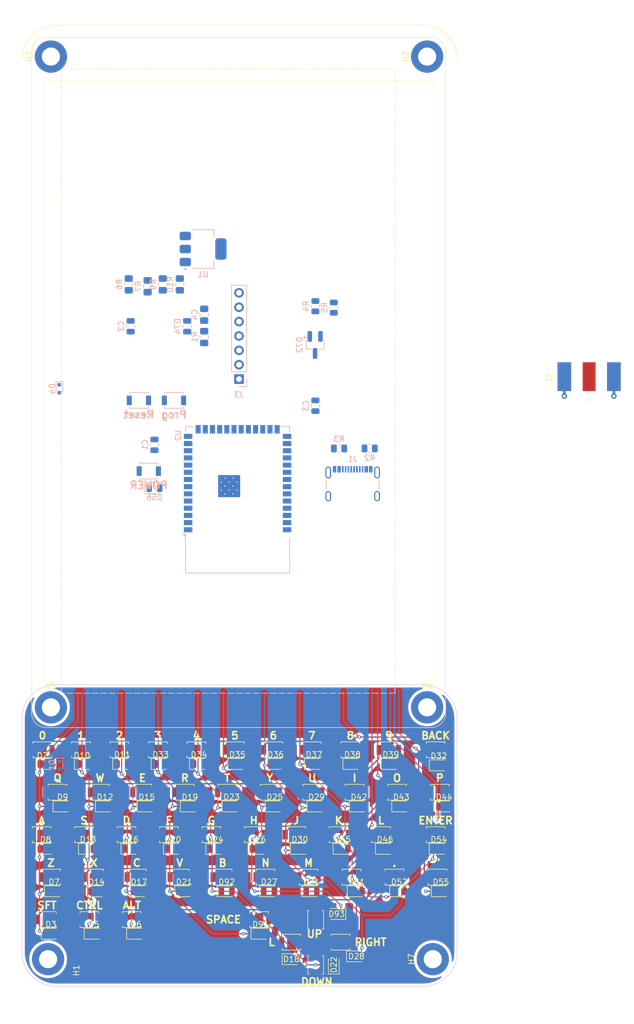
<source format=kicad_pcb>
(kicad_pcb (version 20241229) (generator "pcbnew") (generator_version "9.0")
  (layers (0 "F.Cu" signal) (2 "B.Cu" signal) (13 "F.Paste" user) (15 "B.Paste" user) (5 "F.SilkS" user "F.Silkscreen") (7 "B.SilkS" user "B.Silkscreen") (1 "F.Mask" user) (3 "B.Mask" user) (25 "Edge.Cuts" user))
  (net 0 "")
  (net 1 "5V")
  (net 2 "GND")
  (net 3 "3.3V")
  (net 4 "EN")
  (net 5 "COL1")
  (net 6 "Net-(D2-A)")
  (net 7 "Net-(D3-A)")
  (net 8 "Net-(D5-A)")
  (net 9 "COL2")
  (net 10 "Net-(D6-A)")
  (net 11 "Net-(D7-A)")
  (net 12 "Net-(D8-A)")
  (net 13 "Net-(D9-A)")
  (net 14 "Net-(D10-A)")
  (net 15 "COL3")
  (net 16 "Net-(D11-A)")
  (net 17 "Net-(D12-A)")
  (net 18 "Net-(D13-A)")
  (net 19 "Net-(D14-A)")
  (net 20 "Net-(D15-A)")
  (net 21 "COL4")
  (net 22 "Net-(D16-A)")
  (net 23 "Net-(D17-A)")
  (net 24 "Net-(D18-A)")
  (net 25 "COL5")
  (net 26 "Net-(D19-A)")
  (net 27 "Net-(D20-A)")
  (net 28 "Net-(D21-A)")
  (net 29 "Net-(D22-A)")
  (net 30 "Net-(D23-A)")
  (net 31 "COL6")
  (net 32 "Net-(D24-A)")
  (net 33 "Net-(D25-A)")
  (net 34 "COL7")
  (net 35 "Net-(D26-A)")
  (net 36 "Net-(D27-A)")
  (net 37 "COL8")
  (net 38 "Net-(D29-A)")
  (net 39 "Net-(D30-A)")
  (net 40 "Net-(D31-A)")
  (net 41 "Net-(D32-A)")
  (net 42 "Net-(D33-A)")
  (net 43 "Net-(D34-A)")
  (net 44 "Net-(D35-A)")
  (net 45 "Net-(D36-A)")
  (net 46 "Net-(D37-A)")
  (net 47 "Net-(D38-A)")
  (net 48 "Net-(D39-A)")
  (net 49 "Net-(D42-A)")
  (net 50 "Net-(D43-A)")
  (net 51 "Net-(D44-A)")
  (net 52 "Net-(D45-A)")
  (net 53 "Net-(D46-A)")
  (net 54 "Net-(D51-A)")
  (net 55 "Net-(D52-A)")
  (net 56 "Net-(D54-A)")
  (net 57 "Net-(D55-A)")
  (net 58 "Net-(D56-A)")
  (net 59 "USB_DN")
  (net 60 "USB_DP")
  (net 61 "Net-(D74-A)")
  (net 62 "Net-(D91-A)")
  (net 63 "Net-(D92-A)")
  (net 64 "Net-(D93-A)")
  (net 65 "ROW1")
  (net 66 "OLED_RST")
  (net 67 "OLED_DC")
  (net 68 "OLED_CS")
  (net 69 "OLED_DIN")
  (net 70 "OLED_CLK")
  (net 71 "Net-(U2-IO35)")
  (net 72 "Net-(J1-CC1)")
  (net 73 "USB_D+")
  (net 74 "USB_D-")
  (net 75 "Net-(J1-CC2)")
  (net 76 "Net-(U1-GND)")
  (net 77 "IO0")
  (net 78 "ROW5")
  (net 79 "ROW2")
  (net 80 "ROW3")
  (net 81 "ROW4")
  (net 82 "ROW6")
  (net 83 "ROW7")
  (net 84 "ROW8")
  (net 106 "COL9")
  (net 107 "Net-(D28-K)")
  (footprint "Diode_SMD:D_0805_2012Metric" (layer "F.Cu") (at 73.729166 150)
    (property "Reference" "D36")
    (property "Value" "SS24")
  )
  (footprint "USB4105-GF-A (1):SW_SPST_B3U-1000P_MovedText" (layer "F.Cu") (at 80.799999 177.549999 -90)
    (property "Reference" "SWe88")
    (property "Value" "UP")
  )
  (footprint "MountingHole:MountingHole_3.2mm_M3_ISO7380_Pad" (layer "F.Cu") (at 100.5 25 90)
    (property "Reference" "H2")
    (property "Value" "MountingHole")
  )
  (footprint "Diode_SMD:D_0805_2012Metric" (layer "F.Cu") (at 94.062499 150)
    (property "Reference" "D39")
    (property "Value" "SS24")
  )
  (footprint "Diode_SMD:D_0805_2012Metric" (layer "F.Cu") (at 55.562499 165)
    (property "Reference" "D20")
    (property "Value" "SS24")
  )
  (footprint "Diode_SMD:D_0805_2012Metric" (layer "F.Cu") (at 95.562499 172.5)
    (property "Reference" "D52")
    (property "Value" "SS24")
  )
  (footprint "Diode_SMD:D_0805_2012Metric" (layer "F.Cu") (at 46.618055 150)
    (property "Reference" "D11")
    (property "Value" "SS24")
  )
  (footprint "USB4105-GF-A (1):SW_SPST_B3U-1000P_MovedText" (layer "F.Cu") (at 80.175001 155)
    (property "Reference" "SWe14")
    (property "Value" "U")
  )
  (footprint "USB4105-GF-A (1):SW_SPST_B3U-1000P_MovedText" (layer "F.Cu") (at 56.766667 170)
    (property "Reference" "SWe64")
    (property "Value" "V")
  )
  (footprint "Diode_SMD:D_0805_2012Metric" (layer "F.Cu") (at 50.937501 157.5)
    (property "Reference" "D15")
    (property "Value" "SS24")
  )
  (footprint "USB4105-GF-A (1):SW_SPST_B3U-1000P_MovedText" (layer "F.Cu") (at 85.200001 181.5)
    (property "Reference" "SWe7")
    (property "Value" "RIGHT")
  )
  (footprint "USB4105-GF-A (1):SW_SPST_B3U-1000P_MovedText" (layer "F.Cu") (at 102.3 170)
    (property "Reference" "Sw555")
    (property "Value" "\"")
  )
  (footprint "USB4105-GF-A (1):SW_SPST_B3U-1000P_MovedText" (layer "F.Cu") (at 40.799999 177.5)
    (property "Reference" "SWe12")
    (property "Value" "CTRL")
  )
  (footprint "USB4105-GF-A (1):SW_SPST_B3U-1000P_MovedText" (layer "F.Cu") (at 76.5 181.5)
    (property "Reference" "SWe13")
    (property "Value" "L")
  )
  (footprint "Diode_SMD:D_0805_2012Metric" (layer "F.Cu") (at 57.562499 172.5)
    (property "Reference" "D21")
    (property "Value" "SS24")
  )
  (footprint "Diode_SMD:D_0805_2012Metric" (layer "F.Cu") (at 70.562499 165)
    (property "Reference" "D26")
    (property "Value" "SS24")
  )
  (footprint "Diode_SMD:D_0805_2012Metric" (layer "F.Cu") (at 95.937501 157.5)
    (property "Reference" "D43")
    (property "Value" "SS24")
  )
  (footprint "Diode_SMD:D_0805_2012Metric" (layer "F.Cu") (at 42.062499 172.5)
    (property "Reference" "D14")
    (property "Value" "SS24")
  )
  (footprint "USB4105-GF-A (1):SW_SPST_B3U-1000P_MovedText" (layer "F.Cu") (at 102 162.5)
    (property "Reference" "SWe50")
    (property "Value" "ENTER")
  )
  (footprint "MountingHole:MountingHole_3.2mm_M3_ISO7380_Pad" (layer "F.Cu") (at 34 140)
    (property "Reference" "H5")
    (property "Value" "MountingHole")
  )
  (footprint "Diode_SMD:D_0805_2012Metric" (layer "F.Cu") (at 49.562499 172.5)
    (property "Reference" "D17")
    (property "Value" "SS24")
  )
  (footprint "USB4105-GF-A (1):SW_SPST_B3U-1000P_MovedText" (layer "F.Cu") (at 84.862498 162.5)
    (property "Reference" "SWe38")
    (property "Value" "K")
  )
  (footprint "Diode_SMD:D_0805_2012Metric" (layer "F.Cu") (at 84 185.437501 90)
    (property "Reference" "D22")
    (property "Value" "SS24")
  )
  (footprint "Diode_SMD:D_0805_2012Metric" (layer "F.Cu") (at 72.562499 172.5)
    (property "Reference" "D27")
    (property "Value" "SS24")
  )
  (footprint "MountingHole:MountingHole_3.2mm_M3_ISO7380_Pad" (layer "F.Cu") (at 100.5 140)
    (property "Reference" "H4")
    (property "Value" "MountingHole")
  )
  (footprint "Diode_SMD:D_0805_2012Metric" (layer "F.Cu") (at 85.562499 165)
    (property "Reference" "D45")
    (property "Value" "SS24")
  )
  (footprint "USB4105-GF-A (1):SW_SPST_B3U-1000P_MovedText" (layer "F.Cu") (at 52.908164 147.5)
    (property "Reference" "SWe20")
    (property "Value" "3")
  )
  (footprint "Diode_SMD:D_0805_2012Metric" (layer "F.Cu") (at 102.937501 172.5)
    (property "Reference" "D55")
    (property "Value" "SS24")
  )
  (footprint "USB4105-GF-A (1):SW_SPST_B3U-1000P_MovedText" (layer "F.Cu") (at 59.710885 147.5)
    (property "Reference" "SWe21")
    (property "Value" "4")
  )
  (footprint "USB4105-GF-A (1):SW_SPST_B3U-1000P_MovedText" (layer "F.Cu") (at 62.362498 162.5)
    (property "Reference" "SWe73")
    (property "Value" "G")
  )
  (footprint "USB4105-GF-A (1):SW_SPST_B3U-1000P_MovedText" (layer "F.Cu") (at 47.362498 162.5)
    (property "Reference" "SWe53")
    (property "Value" "D")
  )
  (footprint "USB4105-GF-A (1):SW_SPST_B3U-1000P_MovedText" (layer "F.Cu") (at 64.355556 170)
    (property "Reference" "SWe87")
    (property "Value" "B")
  )
  (footprint "USB4105-GF-A (1):SW_SPST_B3U-1000P_MovedText" (layer "F.Cu") (at 80.799999 185.5 90)
    (property "Reference" "SWe2")
    (property "Value" "DOWN")
  )
  (footprint "Diode_SMD:D_0805_2012Metric" (layer "F.Cu") (at 33.062499 165)
    (property "Reference" "D8")
    (property "Value" "SS24")
  )
  (footprint "MountingHole:MountingHole_3.2mm_M3_ISO7380_Pad" (layer "F.Cu") (at 33.5 184.5 90)
    (property "Reference" "H1")
    (property "Value" "MountingHole")
  )
  (footprint "USB4105-GF-A (1):SW_SPST_B3U-1000P_MovedText" (layer "F.Cu") (at 32.362498 162.5)
    (property "Reference" "SWe33")
    (property "Value" "A")
  )
  (footprint "Diode_SMD:D_0805_2012Metric" (layer "F.Cu") (at 48.062499 165)
    (property "Reference" "D16")
    (property "Value" "SS24")
  )
  (footprint "USB4105-GF-A (1):SW_SPST_B3U-1000P_MovedText" (layer "F.Cu") (at 57.675001 155)
    (property "Reference" "SWe62")
    (property "Value" "R")
  )
  (footprint "USB4105-GF-A (1):SW_SPST_B3U-1000P_MovedText" (layer "F.Cu") (at 86.92177 147.5)
    (property "Reference" "SWe28")
    (property "Value" "8")
  )
  (footprint "USB4105-GF-A (1):SW_SPST_B3U-1000P_MovedText" (layer "F.Cu") (at 80.119049 147.5)
    (property "Reference" "SWe27")
    (property "Value" "7")
  )
  (footprint "USB4105-GF-A (1):SW_SPST_B3U-1000P_MovedText" (layer "F.Cu") (at 93.724491 147.5)
    (property "Reference" "SWe29")
    (property "Value" "9")
  )
  (footprint "USB4105-GF-A (1):SW_SPST_B3U-1000P_MovedText" (layer "F.Cu") (at 34 170)
    (property "Reference" "SWe34")
    (property "Value" "Z")
  )
  (footprint "Diode_SMD:D_0805_2012Metric" (layer "F.Cu") (at 73.562499 157.5)
    (property "Reference" "D25")
    (property "Value" "SS24")
  )
  (footprint "Diode_SMD:D_0805_2012Metric" (layer "F.Cu") (at 34 180)
    (property "Reference" "D3")
    (property "Value" "SS24")
  )
  (footprint "Diode_SMD:D_0805_2012Metric" (layer "F.Cu") (at 71.062499 180)
    (property "Reference" "D91")
    (property "Value" "SS24")
  )
  (footprint "USB4105-GF-A (1):SW_SPST_B3U-1000P_MovedText" (layer "F.Cu") (at 72.675001 155)
    (property "Reference" "SWe4")
    (property "Value" "Y")
  )
  (footprint "Connector_Coaxial:SMA_Molex_73251-1153_EdgeMount_Horizontal" (layer "F.Cu") (at 129.13 83.28 -90)
    (property "Reference" "J2")
    (property "Value" "Conn_Coaxial_x2_Isolated")
  )
  (footprint "USB4105-GF-A (1):SW_SPST_B3U-1000P_MovedText" (layer "F.Cu") (at 73.316327 147.5)
    (property "Reference" "SWe26")
    (property "Value" "6")
  )
  (footprint "Diode_SMD:D_0805_2012Metric" (layer "F.Cu") (at 76.562499 184.5)
    (property "Reference" "D18")
    (property "Value" "SS24")
  )
  (footprint "USB4105-GF-A (1):SW_SPST_B3U-1000P_MovedText" (layer "F.Cu") (at 54.862498 162.5)
    (property "Reference" "SWe63")
    (property "Value" "F")
  )
  (footprint "USB4105-GF-A (1):SW_SPST_B3U-1000P_MovedText" (layer "F.Cu") (at 41.588889 170)
    (property "Reference" "SWe44")
    (property "Value" "X")
  )
  (footprint "Diode_SMD:D_0805_2012Metric" (layer "F.Cu") (at 65.937501 157.5)
    (property "Reference" "D23")
    (property "Value" "SS24")
  )
  (footprint "USB4105-GF-A (1):SW_SPST_B3U-1000P_MovedText" (layer "F.Cu") (at 77.362498 162.5)
    (property "Reference" "SWe15")
    (property "Value" "J")
  )
  (footprint "USB4105-GF-A (1):SW_SPST_B3U-1000P_MovedText" (layer "F.Cu") (at 42.675001 155)
    (property "Reference" "SWe42")
    (property "Value" "W")
  )
  (footprint "USB4105-GF-A (1):SW_SPST_B3U-1000P_MovedText" (layer "F.Cu") (at 66.513606 147.5)
    (property "Reference" "SWe25")
    (property "Value" "5")
  )
  (footprint "Diode_SMD:D_0805_2012Metric" (layer "F.Cu") (at 65.0625 172.5)
    (property "Reference" "D92")
    (property "Value" "SS24")
  )
  (footprint "Diode_SMD:D_0805_2012Metric" (layer "F.Cu") (at 41.562499 180)
    (property "Reference" "D5")
    (property "Value" "SS24")
  )
  (footprint "Diode_SMD:D_0805_2012Metric" (layer "F.Cu") (at 63.062499 165)
    (property "Reference" "D24")
    (property "Value" "SS24")
  )
  (footprint "Diode_SMD:D_0805_2012Metric" (layer "F.Cu") (at 84.437501 176.5 180)
    (property "Reference" "D93")
    (property "Value" "SS24")
  )
  (footprint "USB4105-GF-A (1):SW_SPST_B3U-1000P_MovedText" (layer "F.Cu") (at 50.175001 155)
    (property "Reference" "SWe52")
    (property "Value" "E")
  )
  (footprint "USB4105-GF-A (1):SW_SPST_B3U-1000P_MovedText" (layer "F.Cu") (at 48.299999 177.5)
    (property "Reference" "SWe3")
    (property "Value" "ALT")
  )
  (footprint "Diode_SMD:D_0805_2012Metric" (layer "F.Cu") (at 102.562499 150.25)
    (property "Reference" "D32")
    (property "Value" "SS24")
  )
  (footprint "Diode_SMD:D_0805_2012Metric" (layer "F.Cu") (at 87.284721 150)
    (property "Reference" "D38")
    (property "Value" "SS24")
  )
  (footprint "Diode_SMD:D_0805_2012Metric" (layer "F.Cu") (at 40.562499 165)
    (property "Reference" "D13")
    (property "Value" "SS24")
  )
  (footprint "USB4105-GF-A (1):SW_SPST_B3U-1000P_MovedText" (layer "F.Cu") (at 94.711111 170)
    (property "Reference" "SWe48")
    (property "Value" ".")
  )
  (footprint "Diode_SMD:D_0805_2012Metric" (layer "F.Cu") (at 78 165)
    (property "Reference" "D30")
    (property "Value" "SS24")
  )
  (footprint "Diode_SMD:D_0805_2012Metric" (layer "F.Cu") (at 36.062499 157.5)
    (property "Reference" "D9")
    (property "Value" "SS24")
  )
  (footprint "Diode_SMD:D_0805_2012Metric" (layer "F.Cu") (at 60.17361 150)
    (property "Reference" "D34")
    (property "Value" "SS24")
  )
  (footprint "Diode_SMD:D_0805_2012Metric" (layer "F.Cu") (at 39.840277 150)
    (property "Reference" "D10")
    (property "Value" "SS24")
  )
  (footprint "USB4105-GF-A (1):SW_SPST_B3U-1000P_MovedText" (layer "F.Cu") (at 49.177778 170)
    (property "Reference" "SWe54")
    (property "Value" "C")
  )
  (footprint "Diode_SMD:D_0805_2012Metric" (layer "F.Cu") (at 49.062499 180)
    (property "Reference" "D6")
    (property "Value" "SS24")
  )
  (footprint "USB4105-GF-A (1):SW_SPST_B3U-1000P_MovedText" (layer "F.Cu") (at 92.362498 162.5)
    (property "Reference" "SWe39")
    (property "Value" "L")
  )
  (footprint "USB4105-GF-A (1):SW_SPST_B3U-1000P_MovedText" (layer "F.Cu") (at 65.175001 155)
    (property "Reference" "SWe72")
    (property "Value" "T")
  )
  (footprint "USB4105-GF-A (1):SW_SPST_B3U-1000P_MovedText" (layer "F.Cu") (at 79.533333 170)
    (property "Reference" "SWe16")
    (property "Value" "M")
  )
  (footprint "Diode_SMD:D_0805_2012Metric" (layer "F.Cu") (at 66.951388 150)
    (property "Reference" "D35")
    (property "Value" "SS24")
  )
  (footprint "USB4105-GF-A (1):SW_SPST_B3U-1000P_MovedText" (layer "F.Cu") (at 87.122222 170)
    (property "Reference" "SWe47")
    (property "Value" ",")
  )
  (footprint "USB4105-GF-A (1):SW_SPST_B3U-1000P_MovedText" (layer "F.Cu") (at 70.799999 177.5)
    (property "Reference" "SWe86")
    (property "Value" "SPACE")
  )
  (footprint "MountingHole:MountingHole_3.2mm_M3_ISO7380_Pad" (layer "F.Cu") (at 34 25 90)
    (property "Reference" "H3")
    (property "Value" "MountingHole")
  )
  (footprint "Diode_SMD:D_0805_2012Metric" (layer "F.Cu") (at 87.937501 184)
    (property "Reference" "D28")
    (property "Value" "SS24")
  )
  (footprint "USB4105-GF-A (1):SW_SPST_B3U-1000P_MovedText" (layer "F.Cu") (at 69.862498 162.5)
    (property "Reference" "SWe5")
    (property "Value" "H")
  )
  (footprint "Diode_SMD:D_0805_2012Metric" (layer "F.Cu") (at 88.437501 157.5)
    (property "Reference" "D42")
    (property "Value" "SS24")
  )
  (footprint "Diode_SMD:D_0805_2012Metric" (layer "F.Cu") (at 33.062499 150)
    (property "Reference" "D2")
    (property "Value" "SS24")
  )
  (footprint "Diode_SMD:D_0805_2012Metric" (layer "F.Cu") (at 103.5 157.5)
    (property "Reference" "D44")
    (property "Value" "SS24")
  )
  (footprint "Diode_SMD:D_0805_2012Metric" (layer "F.Cu") (at 58.562499 157.5)
    (property "Reference" "D19")
    (property "Value" "SS24")
  )
  (footprint "USB4105-GF-A (1):SW_SPST_B3U-1000P_MovedText" (layer "F.Cu") (at 32.5 147.5)
    (property "Reference" "ESC1")
    (property "Value" "0")
  )
  (footprint "USB4105-GF-A (1):SW_SPST_B3U-1000P_MovedText" (layer "F.Cu") (at 87.675001 155)
    (property "Reference" "SWe35")
    (property "Value" "I")
  )
  (footprint "Diode_SMD:D_0805_2012Metric" (layer "F.Cu") (at 80.937501 157.5)
    (property "Reference" "D29")
    (property "Value" "SS24")
  )
  (footprint "USB4105-GF-A (1):SW_SPST_B3U-1000P_MovedText" (layer "F.Cu") (at 35.175001 155)
    (property "Reference" "SWe32")
    (property "Value" "Q")
  )
  (footprint "Diode_SMD:D_0805_2012Metric" (layer "F.Cu") (at 80.062499 172.5)
    (property "Reference" "D31")
    (property "Value" "SS24")
  )
  (footprint "USB4105-GF-A (1):SW_SPST_B3U-1000P_MovedText" (layer "F.Cu") (at 39.302721 147.5)
    (property "Reference" "SWe8")
    (property "Value" "1")
  )
  (footprint "USB4105-GF-A (1):SW_SPST_B3U-1000P_MovedText" (layer "F.Cu") (at 71.944444 170)
    (property "Reference" "SWe6")
    (property "Value" "N")
  )
  (footprint "Diode_SMD:D_0805_2012Metric" (layer "F.Cu") (at 34.562499 172.5)
    (property "Reference" "D7")
    (property "Value" "SS24")
  )
  (footprint "USB4105-GF-A (1):SW_SPST_B3U-1000P_MovedText" (layer "F.Cu") (at 39.862498 162.5)
    (property "Reference" "SWe43")
    (property "Value" "S")
  )
  (footprint "Diode_SMD:D_0805_2012Metric" (layer "F.Cu") (at 88.062499 172.5)
    (property "Reference" "D51")
    (property "Value" "SS24")
  )
  (footprint "USB4105-GF-A (1):SW_SPST_B3U-1000P_MovedText" (layer "F.Cu") (at 102.7375 155)
    (property "Reference" "SWe37")
    (property "Value" "P")
  )
  (footprint "MountingHole:MountingHole_3.2mm_M3_ISO7380_Pad" (layer "F.Cu") (at 101.5 184.5 90)
    (property "Reference" "H7")
    (property "Value" "MountingHole")
  )
  (footprint "USB4105-GF-A (1):SW_SPST_B3U-1000P_MovedText" (layer "F.Cu") (at 102 147.5)
    (property "Reference" "SWe17")
    (property "Value" "BACK")
  )
  (footprint "Diode_SMD:D_0805_2012Metric" (layer "F.Cu") (at 102.562499 165)
    (property "Reference" "D54")
    (property "Value" "SS24")
  )
  (footprint "USB4105-GF-A (1):SW_SPST_B3U-1000P_MovedText" (layer "F.Cu") (at 95.175001 155)
    (property "Reference" "SWe36")
    (property "Value" "O")
  )
  (footprint "Diode_SMD:D_0805_2012Metric" (layer "F.Cu") (at 53.395832 150)
    (property "Reference" "D33")
    (property "Value" "SS24")
  )
  (footprint "USB4105-GF-A (1):SW_SPST_B3U-1000P_MovedText" (layer "F.Cu") (at 33.299999 177.5)
    (property "Reference" "SWe24")
    (property "Value" "SFT")
  )
  (footprint "Diode_SMD:D_0805_2012Metric" (layer "F.Cu") (at 43.562499 157.5)
    (property "Reference" "D12")
    (property "Value" "SS24")
  )
  (footprint "Diode_SMD:D_0805_2012Metric" (layer "F.Cu") (at 93.062499 165)
    (property "Reference" "D46")
    (property "Value" "SS24")
  )
  (footprint "Diode_SMD:D_0805_2012Metric" (layer "F.Cu") (at 80.506943 150)
    (property "Reference" "D37")
    (property "Value" "SS24")
  )
  (footprint "USB4105-GF-A (1):SW_SPST_B3U-1000P_MovedText" (layer "F.Cu") (at 46.105442 147.5)
    (property "Reference" "SWe18")
    (property "Value" "2")
  )
  (footprint "Diode_SMD:D_SOD-523" (layer "B.Cu") (at 35.5 83.7 -90)
    (property "Reference" "D4")
    (property "Value" "1N4148WT")
  )
  (footprint "Resistor_SMD:R_0805_2012Metric" (layer "B.Cu") (at 83.999999 69.364011 -90)
    (property "Reference" "R5")
    (property "Value" "5.1kΩ")
  )
  (footprint "Resistor_SMD:R_0805_2012Metric" (layer "B.Cu") (at 80.749999 69.114011 -90)
    (property "Reference" "R4")
    (property "Value" "22Ω")
  )
  (footprint "Capacitor_SMD:C_0805_2012Metric" (layer "B.Cu") (at 52.3 93.609164 -90)
    (property "Reference" "C1")
    (property "Value" "10uF")
  )
  (footprint "Package_TO_SOT_SMD:SOT-223-3_TabPin2" (layer "B.Cu") (at 60.899999 59.001511)
    (property "Reference" "U1")
    (property "Value" "AMS1117-3.3")
  )
  (footprint "Capacitor_SMD:C_0805_2012Metric" (layer "B.Cu") (at 80.75 86.699999 -90)
    (property "Reference" "C3")
    (property "Value" "1uF")
  )
  (footprint "Capacitor_SMD:C_0805_2012Metric_Pad1.18x1.45mm_HandSolder" (layer "B.Cu") (at 53.770001 65.26099 -90)
    (property "Reference" "R9")
    (property "Value" "10kΩ")
  )
  (footprint "RF_Module:ESP32-S3-WROOM-1" (layer "B.Cu") (at 67 103.36)
    (property "Reference" "U2")
    (property "Value" "ESP32-S3-WROOM-1-N8")
  )
  (footprint "Capacitor_SMD:C_0805_2012Metric" (layer "B.Cu") (at 48.090001 72.655989 -90)
    (property "Reference" "C2")
    (property "Value" "22uF")
  )
  (footprint "Diode_SMD:D_0805_2012Metric" (layer "B.Cu") (at 52.3 101.25)
    (property "Reference" "D56")
    (property "Value" "SS24")
  )
  (footprint "Capacitor_SMD:C_0805_2012Metric" (layer "B.Cu") (at 58.090001 72.655989 -90)
    (property "Reference" "D74")
    (property "Value" "LED")
  )
  (footprint "Connector_USB:USB_C_Receptacle_GCT_USB4105-xx-A_16P_TopMnt_Horizontal" (layer "B.Cu") (at 87.3375 101.605 180)
    (property "Reference" "J1")
    (property "Value" "USB4105-GF-A")
  )
  (footprint "Capacitor_SMD:C_0805_2012Metric_Pad1.18x1.45mm_HandSolder" (layer "B.Cu") (at 56.780001 65.26099 -90)
    (property "Reference" "R10")
    (property "Value" "10kΩ")
  )
  (footprint "Capacitor_SMD:C_0805_2012Metric_Pad1.18x1.45mm_HandSolder" (layer "B.Cu") (at 47.750001 65.260989 -90)
    (property "Reference" "R6")
    (property "Value" "500Ω")
  )
  (footprint "USB4105-GF-A (1):SW_SPST_B3U-1000P_MovedText" (layer "B.Cu") (at 51.3 98.25)
    (property "Reference" "SWe55")
    (property "Value" "POWER")
  )
  (footprint "Package_TO_SOT_SMD:SOT-23_Handsoldering" (layer "B.Cu") (at 80.699999 75.951511 -90)
    (property "Reference" "D72")
    (property "Value" "ESDA5V3L")
  )
  (footprint "USB4105-GF-A (1):SW_SPST_B3U-1000P_MovedText" (layer "B.Cu") (at 49.549999 85.75)
    (property "Reference" "SW2")
    (property "Value" "Reset")
  )
  (footprint "Connector_PinSocket_2.54mm:PinSocket_1x07_P2.54mm_Vertical" (layer "B.Cu") (at 67.25 81.99)
    (property "Reference" "J3")
    (property "Value" "Conn_01x07_Socket")
  )
  (footprint "Diode_SMD:D_SOD-523" (layer "B.Cu") (at 35.5 150.2 -90)
    (property "Reference" "D1")
    (property "Value" "1N4148WT")
  )
  (footprint "Resistor_SMD:R_0805_2012Metric" (layer "B.Cu") (at 84.925 94.25 180)
    (property "Reference" "R3")
    (property "Value" "22Ω")
  )
  (footprint "Capacitor_SMD:C_0805_2012Metric_Pad1.18x1.45mm_HandSolder" (layer "B.Cu") (at 61.090001 70.605988 -90)
    (property "Reference" "C4")
    (property "Value" "1uF")
  )
  (footprint "USB4105-GF-A (1):SW_SPST_B3U-1000P_MovedText" (layer "B.Cu") (at 55.75 85.75)
    (property "Reference" "SW1")
    (property "Value" "Prog")
  )
  (footprint "Capacitor_SMD:C_0805_2012Metric_Pad1.18x1.45mm_HandSolder" (layer "B.Cu") (at 51.100001 65.59349 -90)
    (property "Reference" "R7")
    (property "Value" "806Ω")
  )
  (footprint "Resistor_SMD:R_0805_2012Metric" (layer "B.Cu") (at 90.3375 94.25)
    (property "Reference" "R2")
    (property "Value" "5.1kΩ")
  )
  (footprint "Capacitor_SMD:C_0805_2012Metric_Pad1.18x1.45mm_HandSolder" (layer "B.Cu") (at 61.090001 74.568488 -90)
    (property "Reference" "R1")
    (property "Value" "1000")
  )
  (gr_rect (start 35.85 27.2) (end 94.85 137.5) (stroke (width 0.1) (type dash)) (fill no) (layer "F.SilkS"))
  (gr_line (start 101.25 21.625) (end 33.1 21.625) (stroke (width 0.1)) (layer "F.SilkS"))
  (gr_arc (start 101.25 21.625) (mid 103.017767 22.357233) (end 103.75 24.125) (stroke (width 0.1)) (layer "F.SilkS"))
  (gr_line (start 103.75 141.075) (end 103.75 24.125) (stroke (width 0.1)) (layer "F.SilkS"))
  (gr_line (start 34.9 19.45) (end 99.8 19.45) (stroke (width 0.1)) (layer "F.SilkS"))
  (gr_rect (start 32.75 29.25) (end 101.75 136) (stroke (width 0.05)) (fill no) (layer "F.SilkS"))
  (gr_line (start 33.1 143.575) (end 101.25 143.575) (stroke (width 0.1)) (layer "F.SilkS"))
  (gr_arc (start 33.1 143.575) (mid 31.332233 142.842767) (end 30.6 141.075) (stroke (width 0.1)) (layer "F.SilkS"))
  (gr_line (start 30.6 24.125) (end 30.6 141.075) (stroke (width 0.1)) (layer "F.SilkS"))
  (gr_arc (start 103.75 141.075) (mid 103.017767 142.842767) (end 101.25 143.575) (stroke (width 0.1)) (layer "F.SilkS"))
  (gr_arc (start 30.6 24.125) (mid 31.332233 22.357233) (end 33.1 21.625) (stroke (width 0.1)) (layer "F.SilkS"))
  (gr_arc (start 28.9 25.45) (mid 30.657359 21.207359) (end 34.9 19.45) (stroke (width 0.1)) (layer "F.SilkS"))
  (gr_arc (start 99.8 19.45) (mid 104.042641 21.207359) (end 105.8 25.45) (stroke (width 0.1)) (layer "F.SilkS"))
  (gr_arc (start 99.8 136) (mid 104.042641 137.757359) (end 105.8 142) (stroke (width 0.1)) (layer "Edge.Cuts"))
  (gr_line (start 99.8 189.3) (end 34.9 189.3) (stroke (width 0.1)) (layer "Edge.Cuts"))
  (gr_arc (start 28.9 142) (mid 30.657359 137.757359) (end 34.9 136) (stroke (width 0.1)) (layer "Edge.Cuts"))
  (gr_line (start 105.8 142) (end 105.8 183.3) (stroke (width 0.1)) (layer "Edge.Cuts"))
  (gr_line (start 28.9 183.3) (end 28.9 142) (stroke (width 0.1)) (layer "Edge.Cuts"))
  (gr_arc (start 34.9 189.3) (mid 30.657359 187.542641) (end 28.9 183.3) (stroke (width 0.1)) (layer "Edge.Cuts"))
  (gr_line (start 99.8 136) (end 34.9 136) (stroke (width 0.1)) (layer "Edge.Cuts"))
  (gr_arc (start 105.8 183.3) (mid 104.042641 187.542641) (end 99.8 189.3) (stroke (width 0.1)) (layer "Edge.Cuts"))
  (segment (start 32.124998 165) (end 32 165.124998) (width 0.2) (layer "F.Cu") (net 5))
  (segment (start 35.124998 157.5) (end 32 157.5) (width 0.2) (layer "F.Cu") (net 5))
  (segment (start 33.062499 180) (end 32.5 180) (width 0.2) (layer "F.Cu") (net 5))
  (segment (start 33.624998 172.5) (end 32.5 172.5) (width 0.2) (layer "F.Cu") (net 5))
  (segment (start 32.124998 150) (end 32.124998 151.375002) (width 0.2) (layer "F.Cu") (net 5))
  (segment (start 32 165.124998) (end 32 166.5) (width 0.2) (layer "F.Cu") (net 5))
  (segment (start 32.124998 151.375002) (end 32 151.5) (width 0.2) (layer "F.Cu") (net 5))
  (segment (start 32.5 180) (end 32 179.5) (width 0.2) (layer "F.Cu") (net 5))
  (segment (start 32.5 172.5) (end 32 173) (width 0.2) (layer "F.Cu") (net 5))
  (via (at 32 157.5) (size 0.6) (drill 0.3) (layers "F.Cu" "B.Cu") (net 5))
  (via (at 32 151.5) (size 0.6) (drill 0.3) (layers "F.Cu" "B.Cu") (net 5))
  (via (at 32 166.5) (size 0.6) (drill 0.3) (layers "F.Cu" "B.Cu") (net 5))
  (via (at 32 179.5) (size 0.6) (drill 0.3) (layers "F.Cu" "B.Cu") (net 5))
  (via (at 32 173) (size 0.6) (drill 0.3) (layers "F.Cu" "B.Cu") (net 5))
  (segment (start 32 151.5) (end 32 179.5) (width 0.2) (layer "B.Cu") (net 5))
  (segment (start 32 151.5) (end 32 149.25) (width 0.2) (layer "B.Cu") (net 5))
  (segment (start 38.75 142.5) (end 38.75 137.25) (width 0.2) (layer "B.Cu") (net 5))
  (segment (start 32 149.25) (end 38.75 142.5) (width 0.2) (layer "B.Cu") (net 5))
  (segment (start 34 150) (end 34 147.7) (width 0.2) (layer "F.Cu") (net 6))
  (segment (start 34 147.7) (end 34.2 147.5) (width 0.2) (layer "F.Cu") (net 6))
  (segment (start 34.937501 177.562498) (end 34.999999 177.5) (width 0.2) (layer "F.Cu") (net 7))
  (segment (start 34.937501 180) (end 34.937501 177.562498) (width 0.2) (layer "F.Cu") (net 7))
  (segment (start 42.499999 179.999999) (end 42.5 180) (width 0.2) (layer "F.Cu") (net 8))
  (segment (start 42.499999 177.5) (end 42.499999 179.999999) (width 0.2) (layer "F.Cu") (net 8))
  (segment (start 40.624998 178.375002) (end 40.75 178.25) (width 0.2) (layer "F.Cu") (net 9))
  (segment (start 41.124998 174.124998) (end 41.25 174.25) (width 0.2) (layer "F.Cu") (net 9))
  (segment (start 38.902776 150.902776) (end 39.5 151.5) (width 0.2) (layer "F.Cu") (net 9))
  (segment (start 102 172.5) (end 100.25 172.5) (width 0.2) (layer "F.Cu") (net 9))
  (segment (start 41.124998 172.5) (end 41.124998 174.124998) (width 0.2) (layer "F.Cu") (net 9))
  (segment (start 40.624998 180) (end 40.624998 178.375002) (width 0.2) (layer "F.Cu") (net 9))
  (segment (start 38.902776 150) (end 38.902776 150.902776) (width 0.2) (layer "F.Cu") (net 9))
  (segment (start 39.624998 165) (end 39.624998 166.124998) (width 0.2) (layer "F.Cu") (net 9))
  (segment (start 42.624998 157.5) (end 40.75 157.5) (width 0.2) (layer "F.Cu") (net 9))
  (segment (start 39.624998 166.124998) (end 40.5 167) (width 0.2) (layer "F.Cu") (net 9))
  (via (at 41.25 174.25) (size 0.6) (drill 0.3) (layers "F.Cu" "B.Cu") (net 9))
  (via (at 100.25 172.5) (size 0.6) (drill 0.3) (layers "F.Cu" "B.Cu") (net 9))
  (via (at 39.5 151.5) (size 0.6) (drill 0.3) (layers "F.Cu" "B.Cu") (net 9))
  (via (at 40.75 157.5) (size 0.6) (drill 0.3) (layers "F.Cu" "B.Cu") (net 9))
  (via (at 40.5 167) (size 0.6) (drill 0.3) (layers "F.Cu" "B.Cu") (net 9))
  (via (at 40.75 178.25) (size 0.6) (drill 0.3) (layers "F.Cu" "B.Cu") (net 9))
  (segment (start 40.5 173.5) (end 41.25 174.25) (width 0.2) (layer "B.Cu") (net 9))
  (segment (start 40.75 166.75) (end 40.5 167) (width 0.2) (layer "B.Cu") (net 9))
  (segment (start 41.25 174.25) (end 41.25 177.75) (width 0.2) (layer "B.Cu") (net 9))
  (segment (start 40.75 152.75) (end 40.75 157.5) (width 0.2) (layer "B.Cu") (net 9))
  (segment (start 39.5 151.5) (end 40.75 152.75) (width 0.2) (layer "B.Cu") (net 9))
  (segment (start 39.5 151.5) (end 39.5 137.25) (width 0.2) (layer "B.Cu") (net 9))
  (segment (start 40.5 167) (end 40.5 173.5) (width 0.2) (layer "B.Cu") (net 9))
  (segment (start 40.75 157.5) (end 40.75 166.75) (width 0.2) (layer "B.Cu") (net 9))
  (segment (start 41.25 177.75) (end 40.75 178.25) (width 0.2) (layer "B.Cu") (net 9))
  (segment (start 50 180) (end 50 177.500001) (width 0.2) (layer "F.Cu") (net 10))
  (segment (start 50 177.500001) (end 49.999999 177.5) (width 0.2) (layer "F.Cu") (net 10))
  (segment (start 35.7 170) (end 35.7 172.3) (width 0.2) (layer "F.Cu") (net 11))
  (segment (start 35.7 172.3) (end 35.5 172.5) (width 0.2) (layer "F.Cu") (net 11))
  (segment (start 34.39191 164.60809) (end 34 165) (width 0.2) (layer "F.Cu") (net 12))
  (segment (start 34.39191 162.5) (end 34.39191 164.60809) (width 0.2) (layer "F.Cu") (net 12))
  (segment (start 37 155.124999) (end 36.875001 155) (width 0.2) (layer "F.Cu") (net 13))
  (segment (start 37 157.5) (end 37 155.124999) (width 0.2) (layer "F.Cu") (net 13))
  (segment (start 40.777778 150) (end 40.777778 147.724943) (width 0.2) (layer "F.Cu") (net 14))
  (segment (start 40.777778 147.724943) (end 41.002721 147.5) (width 0.2) (layer "F.Cu") (net 14))
  (segment (start 47.124998 165) (end 47.124998 163.375002) (width 0.2) (layer "F.Cu") (net 15))
  (segment (start 48.124998 180) (end 48.124998 178.375002) (width 0.2) (layer "F.Cu") (net 15))
  (segment (start 45.680554 150) (end 45.680554 150.930554) (width 0.2) (layer "F.Cu") (net 15))
  (segment (start 45.680554 150.930554) (end 46.5 151.75) (width 0.2) (layer "F.Cu") (net 15))
  (segment (start 48.124998 178.375002) (end 48.25 178.25) (width 0.2) (layer "F.Cu") (net 15))
  (segment (start 48.624998 172.5) (end 47.25 172.5) (width 0.2) (layer "F.Cu") (net 15))
  (segment (start 47.124998 163.375002) (end 47.5 163) (width 0.2) (layer "F.Cu") (net 15))
  (segment (start 48.75 157.5) (end 48.5 157.75) (width 0.2) (layer "F.Cu") (net 15))
  (segment (start 50 157.5) (end 48.75 157.5) (width 0.2) (layer "F.Cu") (net 15))
  (via (at 46.5 151.75) (size 0.6) (drill 0.3) (layers "F.Cu" "B.Cu") (net 15))
  (via (at 48.25 178.25) (size 0.6) (drill 0.3) (layers "F.Cu" "B.Cu") (net 15))
  (via (at 47.25 172.5) (size 0.6) (drill 0.3) (layers "F.Cu" "B.Cu") (net 15))
  (via (at 48.5 157.75) (size 0.6) (drill 0.3) (layers "F.Cu" "B.Cu") (net 15))
  (via (at 47.5 163) (size 0.6) (drill 0.3) (layers "F.Cu" "B.Cu") (net 15))
  (segment (start 48.5 153.75) (end 48.5 157.75) (width 0.2) (layer "B.Cu") (net 15))
  (segment (start 47.5 158.75) (end 47.5 163) (width 0.2) (layer "B.Cu") (net 15))
  (segment (start 48.25 173.5) (end 48.25 178.25) (width 0.2) (layer "B.Cu") (net 15))
  (segment (start 48.5 157.75) (end 47.5 158.75) (width 0.2) (layer "B.Cu") (net 15))
  (segment (start 47.5 172.25) (end 47.25 172.5) (width 0.2) (layer "B.Cu") (net 15))
  (segment (start 46.5 151.75) (end 48.5 153.75) (width 0.2) (layer "B.Cu") (net 15))
  (segment (start 47.25 172.5) (end 48.25 173.5) (width 0.2) (layer "B.Cu") (net 15))
  (segment (start 46.5 151.75) (end 46.5 137.5) (width 0.2) (layer "B.Cu") (net 15))
  (segment (start 47.5 163) (end 47.5 172.25) (width 0.2) (layer "B.Cu") (net 15))
  (segment (start 47.805442 149.750114) (end 47.555556 150) (width 0.2) (layer "F.Cu") (net 16))
  (segment (start 47.805442 147.5) (end 47.805442 149.750114) (width 0.2) (layer "F.Cu") (net 16))
  (segment (start 44.5 155.124999) (end 44.375001 155) (width 0.2) (layer "F.Cu") (net 17))
  (segment (start 44.5 157.5) (end 44.5 155.124999) (width 0.2) (layer "F.Cu") (net 17))
  (segment (start 41.850733 164.649267) (end 41.850733 162.5) (width 0.2) (layer "F.Cu") (net 18))
  (segment (start 41.5 165) (end 41.850733 164.649267) (width 0.2) (layer "F.Cu") (net 18))
  (segment (start 43.288889 172.211111) (end 43 172.5) (width 0.2) (layer "F.Cu") (net 19))
  (segment (start 43.288889 170) (end 43.288889 172.211111) (width 0.2) (layer "F.Cu") (net 19))
  (segment (start 51.875001 157.499999) (end 51.875002 157.5) (width 0.2) (layer "F.Cu") (net 20))
  (segment (start 51.875001 155) (end 51.875001 157.499999) (width 0.2) (layer "F.Cu") (net 20))
  (segment (start 52.458331 150) (end 52.458331 150.958331) (width 0.2) (layer "F.Cu") (net 21))
  (segment (start 68 180) (end 70.124998 180) (width 0.2) (layer "F.Cu") (net 21))
  (segment (start 56.624998 172.5) (end 55 172.5) (width 0.2) (layer "F.Cu") (net 21))
  (segment (start 52.458331 150.958331) (end 53 151.5) (width 0.2) (layer "F.Cu") (net 21))
  (segment (start 54.624998 165) (end 54.624998 163.625002) (width 0.2) (layer "F.Cu") (net 21))
  (segment (start 57.624998 157.5) (end 55.5 157.5) (width 0.2) (layer "F.Cu") (net 21))
  (segment (start 54.624998 163.625002) (end 55 163.25) (width 0.2) (layer "F.Cu") (net 21))
  (via (at 53 151.5) (size 0.6) (drill 0.3) (layers "F.Cu" "B.Cu") (net 21))
  (via (at 55.5 157.5) (size 0.6) (drill 0.3) (layers "F.Cu" "B.Cu") (net 21))
  (via (at 55 163.25) (size 0.6) (drill 0.3) (layers "F.Cu" "B.Cu") (net 21))
  (via (at 68 180) (size 0.6) (drill 0.3) (layers "F.Cu" "B.Cu") (net 21))
  (via (at 55 172.5) (size 0.6) (drill 0.3) (layers "F.Cu" "B.Cu") (net 21))
  (segment (start 55 163.25) (end 55 158) (width 0.2) (layer "B.Cu") (net 21))
  (segment (start 62.5 180) (end 68 180) (width 0.2) (layer "B.Cu") (net 21))
  (segment (start 55 172.5) (end 62.5 180) (width 0.2) (layer "B.Cu") (net 21))
  (segment (start 55 172.5) (end 55 163.25) (width 0.2) (layer "B.Cu") (net 21))
  (segment (start 55.5 154) (end 53 151.5) (width 0.2) (layer "B.Cu") (net 21))
  (segment (start 55 158) (end 55.5 157.5) (width 0.2) (layer "B.Cu") (net 21))
  (segment (start 53 151.5) (end 53 137.5) (width 0.2) (layer "B.Cu") (net 21))
  (segment (start 55.5 157.5) (end 55.5 154) (width 0.2) (layer "B.Cu") (net 21))
  (segment (start 49.309557 162.5) (end 49.309557 164.690443) (width 0.2) (layer "F.Cu") (net 22))
  (segment (start 49.309557 164.690443) (end 49 165) (width 0.2) (layer "F.Cu") (net 22))
  (segment (start 50.877778 172.122222) (end 50.5 172.5) (width 0.2) (layer "F.Cu") (net 23))
  (segment (start 50.877778 170) (end 50.877778 172.122222) (width 0.2) (layer "F.Cu") (net 23))
  (segment (start 78.2 183.8) (end 77.5 184.5) (width 0.2) (layer "F.Cu") (net 24))
  (segment (start 78.2 181.5) (end 78.2 183.8) (width 0.2) (layer "F.Cu") (net 24))
  (segment (start 82.875002 186.375002) (end 84 186.375002) (width 0.2) (layer "F.Cu") (net 25))
  (segment (start 80.75 185.5) (end 79.25 185.5) (width 0.2) (layer "F.Cu") (net 25))
  (segment (start 62.124998 163.125002) (end 62.25 163) (width 0.2) (layer "F.Cu") (net 25))
  (segment (start 62.124998 165) (end 62.124998 163.125002) (width 0.2) (layer "F.Cu") (net 25))
  (segment (start 79.25 185.5) (end 78.5 186.25) (width 0.2) (layer "F.Cu") (net 25))
  (segment (start 63.5 157.75) (end 64.75 157.75) (width 0.2) (layer "F.Cu") (net 25))
  (segment (start 80.75 185.5) (end 82 185.5) (width 0.2) (layer "F.Cu") (net 25))
  (segment (start 64.75 157.75) (end 65 157.5) (width 0.2) (layer "F.Cu") (net 25))
  (segment (start 76.25 186.25) (end 75.624998 185.624998) (width 0.2) (layer "F.Cu") (net 25))
  (segment (start 82 185.5) (end 82.875002 186.375002) (width 0.2) (layer "F.Cu") (net 25))
  (segment (start 78.5 186.25) (end 76.25 186.25) (width 0.2) (layer "F.Cu") (net 25))
  (segment (start 59.236109 150.986109) (end 60 151.75) (width 0.2) (layer "F.Cu") (net 25))
  (segment (start 75.624998 185.624998) (end 75.624998 184.5) (width 0.2) (layer "F.Cu") (net 25))
  (segment (start 59.236109 150) (end 59.236109 150.986109) (width 0.2) (layer "F.Cu") (net 25))
  (segment (start 64.125 172.5) (end 62.5 172.5) (width 0.2) (layer "F.Cu") (net 25))
  (via (at 80.75 185.5) (size 0.6) (drill 0.3) (layers "F.Cu" "B.Cu") (net 25))
  (via (at 62.25 163) (size 0.6) (drill 0.3) (layers "F.Cu" "B.Cu") (net 25))
  (via (at 63.5 157.75) (size 0.6) (drill 0.3) (layers "F.Cu" "B.Cu") (net 25))
  (via (at 62.5 172.5) (size 0.6) (drill 0.3) (layers "F.Cu" "B.Cu") (net 25))
  (via (at 60 151.75) (size 0.6) (drill 0.3) (layers "F.Cu" "B.Cu") (net 25))
  (segment (start 79.5 185.5) (end 80.75 185.5) (width 0.2) (layer "B.Cu") (net 25))
  (segment (start 62.5 172.5) (end 66.5 172.5) (width 0.2) (layer "B.Cu") (net 25))
  (segment (start 62.5 172.5) (end 62.5 163.25) (width 0.2) (layer "B.Cu") (net 25))
  (segment (start 63.5 155.25) (end 63.5 157.75) (width 0.2) (layer "B.Cu") (net 25))
  (segment (start 66.5 172.5) (end 79.5 185.5) (width 0.2) (layer "B.Cu") (net 25))
  (segment (start 60 151.75) (end 63.5 155.25) (width 0.2) (layer "B.Cu") (net 25))
  (segment (start 62.5 163.25) (end 62.25 163) (width 0.2) (layer "B.Cu") (net 25))
  (segment (start 62.25 163) (end 62.25 159) (width 0.2) (layer "B.Cu") (net 25))
  (segment (start 62.25 159) (end 63.5 157.75) (width 0.2) (layer "B.Cu") (net 25))
  (segment (start 60 151.75) (end 60 137.5) (width 0.2) (layer "B.Cu") (net 25))
  (segment (start 59.5 157.5) (end 59.5 155.124999) (width 0.2) (layer "F.Cu") (net 26))
  (segment (start 59.5 155.124999) (end 59.375001 155) (width 0.2) (layer "F.Cu") (net 26))
  (segment (start 56.5 165) (end 56.76838 164.73162) (width 0.2) (layer "F.Cu") (net 27))
  (segment (start 56.76838 164.73162) (end 56.76838 162.5) (width 0.2) (layer "F.Cu") (net 27))
  (segment (start 58.466667 172.466667) (end 58.5 172.5) (width 0.2) (layer "F.Cu") (net 28))
  (segment (start 58.466667 170) (end 58.466667 172.466667) (width 0.2) (layer "F.Cu") (net 28))
  (segment (start 80.799999 183.8) (end 81.499999 184.5) (width 0.2) (layer "F.Cu") (net 29))
  (segment (start 81.499999 184.5) (end 84 184.5) (width 0.2) (layer "F.Cu") (net 29))
  (segment (start 66.875001 155) (end 66.875001 157.499999) (width 0.2) (layer "F.Cu") (net 30))
  (segment (start 66.875001 157.499999) (end 66.875002 157.5) (width 0.2) (layer "F.Cu") (net 30))
  (segment (start 102.562499 159.437501) (end 102.25 159.75) (width 0.2) (layer "F.Cu") (net 31))
  (segment (start 71.624998 172.5) (end 70 172.5) (width 0.2) (layer "F.Cu") (net 31))
  (segment (start 69.624998 163.375002) (end 69.75 163.25) (width 0.2) (layer "F.Cu") (net 31))
  (segment (start 72.624998 157.5) (end 71.5 157.5) (width 0.2) (layer "F.Cu") (net 31))
  (segment (start 102.562499 157.5) (end 102.562499 159.437501) (width 0.2) (layer "F.Cu") (net 31))
  (segment (start 85.25 176.374998) (end 85.375002 176.5) (width 0.2) (layer "F.Cu") (net 31))
  (segment (start 85.5 176.375002) (end 85.375002 176.5) (width 0.2) (layer "F.Cu") (net 31))
  (segment (start 65.25 150) (end 64.5 150.75) (width 0.2) (layer "F.Cu") (net 31))
  (segment (start 69.624998 165) (end 69.624998 163.375002) (width 0.2) (layer "F.Cu") (net 31))
  (segment (start 66.013887 150) (end 65.25 150) (width 0.2) (layer "F.Cu") (net 31))
  (segment (start 71.5 157.5) (end 71.25 157.75) (width 0.2) (layer "F.Cu") (net 31))
  (segment (start 85.25 175) (end 85.25 176.374998) (width 0.2) (layer "F.Cu") (net 31))
  (via (at 64.5 150.75) (size 0.6) (drill 0.3) (layers "F.Cu" "B.Cu") (net 31))
  (via (at 85.25 175) (size 0.6) (drill 0.3) (layers "F.Cu" "B.Cu") (net 31))
  (via (at 70 172.5) (size 0.6) (drill 0.3) (layers "F.Cu" "B.Cu") (net 31))
  (via (at 102.25 159.75) (size 0.6) (drill 0.3) (layers "F.Cu" "B.Cu") (net 31))
  (via (at 71.25 157.75) (size 0.6) (drill 0.3) (layers "F.Cu" "B.Cu") (net 31))
  (via (at 69.75 163.25) (size 0.6) (drill 0.3) (layers "F.Cu" "B.Cu") (net 31))
  (segment (start 82.75 172.5) (end 85.25 175) (width 0.2) (layer "B.Cu") (net 31))
  (segment (start 102.25 159.75) (end 102.25 153.5) (width 0.2) (layer "B.Cu") (net 31))
  (segment (start 71.25 157.75) (end 71.25 161.75) (width 0.2) (layer "B.Cu") (net 31))
  (segment (start 70 172.5) (end 82.75 172.5) (width 0.2) (layer "B.Cu") (net 31))
  (segment (start 69.5 172) (end 69.5 163.5) (width 0.2) (layer "B.Cu") (net 31))
  (segment (start 64.5 150.75) (end 71.25 157.5) (width 0.2) (layer "B.Cu") (net 31))
  (segment (start 69.5 163.5) (end 69.75 163.25) (width 0.2) (layer "B.Cu") (net 31))
  (segment (start 70 172.5) (end 69.5 172) (width 0.2) (layer "B.Cu") (net 31))
  (segment (start 71.25 161.75) (end 69.75 163.25) (width 0.2) (layer "B.Cu") (net 31))
  (segment (start 71.25 157.5) (end 71.25 157.75) (width 0.2) (layer "B.Cu") (net 31))
  (segment (start 64.5 150.75) (end 64.5 137.25) (width 0.2) (layer "B.Cu") (net 31))
  (segment (start 94 145.25) (end 94 137) (width 0.2) (layer "B.Cu") (net 31))
  (segment (start 102.25 153.5) (end 94 145.25) (width 0.2) (layer "B.Cu") (net 31))
  (segment (start 64.227204 162.5) (end 64.227204 164.772796) (width 0.2) (layer "F.Cu") (net 32))
  (segment (start 64.227204 164.772796) (end 64 165) (width 0.2) (layer "F.Cu") (net 32))
  (segment (start 74.5 157.5) (end 74.5 155.124999) (width 0.2) (layer "F.Cu") (net 33))
  (segment (start 74.5 155.124999) (end 74.375001 155) (width 0.2) (layer "F.Cu") (net 33))
  (segment (start 71.75 150.25) (end 72.541665 150.25) (width 0.2) (layer "F.Cu") (net 34))
  (segment (start 79.124998 170.875002) (end 79.5 170.5) (width 0.2) (layer "F.Cu") (net 34))
  (segment (start 72.541665 150.25) (end 72.791665 150) (width 0.2) (layer "F.Cu") (net 34))
  (segment (start 79.75 157.75) (end 80 157.5) (width 0.2) (layer "F.Cu") (net 34))
  (segment (start 78.5 157.75) (end 79.75 157.75) (width 0.2) (layer "F.Cu") (net 34))
  (segment (start 89 184) (end 89 184.5) (width 0.2) (layer "F.Cu") (net 34))
  (segment (start 79.124998 172.5) (end 79.124998 170.875002) (width 0.2) (layer "F.Cu") (net 34))
  (segment (start 88.875002 182.624998) (end 88.875002 184) (width 0.2) (layer "F.Cu") (net 34))
  (segment (start 101.624998 166.625002) (end 101.5 166.75) (width 0.2) (layer "F.Cu") (net 34))
  (segment (start 101.624998 165) (end 101.624998 166.625002) (width 0.2) (layer "F.Cu") (net 34))
  (segment (start 89 182.5) (end 88.875002 182.624998) (width 0.2) (layer "F.Cu") (net 34))
  (segment (start 75.5 165.25) (end 76.812499 165.25) (width 0.2) (layer "F.Cu") (net 34))
  (segment (start 76.812499 165.25) (end 77.062499 165) (width 0.2) (layer "F.Cu") (net 34))
  (via (at 78.5 157.75) (size 0.6) (drill 0.3) (layers "F.Cu" "B.Cu") (net 34))
  (via (at 75.5 165.25) (size 0.6) (drill 0.3) (layers "F.Cu" "B.Cu") (net 34))
  (via (at 89 182.5) (size 0.6) (drill 0.3) (layers "F.Cu" "B.Cu") (net 34))
  (via (at 79.5 170.5) (size 0.6) (drill 0.3) (layers "F.Cu" "B.Cu") (net 34))
  (via (at 71.75 150.25) (size 0.6) (drill 0.3) (layers "F.Cu" "B.Cu") (net 34))
  (via (at 101.5 166.75) (size 0.6) (drill 0.3) (layers "F.Cu" "B.Cu") (net 34))
  (segment (start 78.5 157.75) (end 71.75 151) (width 0.2) (layer "B.Cu") (net 34))
  (segment (start 82.75 170.5) (end 79.5 170.5) (width 0.2) (layer "B.Cu") (net 34))
  (segment (start 75.5 166.5) (end 75.5 165.25) (width 0.2) (layer "B.Cu") (net 34))
  (segment (start 89 176.75) (end 82.75 170.5) (width 0.2) (layer "B.Cu") (net 34))
  (segment (start 75.5 160.75) (end 78.5 157.75) (width 0.2) (layer "B.Cu") (net 34))
  (segment (start 96 172.25) (end 96 174.75) (width 0.2) (layer "B.Cu") (net 34))
  (segment (start 94 176.75) (end 89 176.75) (width 0.2) (layer "B.Cu") (net 34))
  (segment (start 96 174.75) (end 94 176.75) (width 0.2) (layer "B.Cu") (net 34))
  (segment (start 71.75 151) (end 71.75 150.25) (width 0.2) (layer "B.Cu") (net 34))
  (segment (start 101.5 166.75) (end 96 172.25) (width 0.2) (layer "B.Cu") (net 34))
  (segment (start 75.5 165.25) (end 75.5 160.75) (width 0.2) (layer "B.Cu") (net 34))
  (segment (start 79.5 170.5) (end 75.5 166.5) (width 0.2) (layer "B.Cu") (net 34))
  (segment (start 71.75 150.25) (end 71.75 137.5) (width 0.2) (layer "B.Cu") (net 34))
  (segment (start 89 182.5) (end 89 176.75) (width 0.2) (layer "B.Cu") (net 34))
  (segment (start 71.5 165) (end 71.5 162.686027) (width 0.2) (layer "F.Cu") (net 35))
  (segment (start 71.5 162.686027) (end 71.686027 162.5) (width 0.2) (layer "F.Cu") (net 35))
  (segment (start 73.5 170.144444) (end 73.644444 170) (width 0.2) (layer "F.Cu") (net 36))
  (segment (start 73.5 172.5) (end 73.5 170.144444) (width 0.2) (layer "F.Cu") (net 36))
  (segment (start 86 157.5) (end 87.5 157.5) (width 0.2) (layer "F.Cu") (net 37))
  (segment (start 93.624998 173.5) (end 93.25 173.5) (width 0.2) (layer "F.Cu") (net 37))
  (segment (start 87.25 172.374998) (end 87.124998 172.5) (width 0.2) (layer "F.Cu") (net 37))
  (segment (start 84.75 163) (end 84.75 164.874998) (width 0.2) (layer "F.Cu") (net 37))
  (segment (start 94.624998 172.5) (end 93.624998 173.5) (width 0.2) (layer "F.Cu") (net 37))
  (segment (start 84.75 164.874998) (end 84.624998 165) (width 0.2) (layer "F.Cu") (net 37))
  (segment (start 87.25 170.25) (end 87.25 172.374998) (width 0.2) (layer "F.Cu") (net 37))
  (segment (start 79.569442 150) (end 78 150) (width 0.2) (layer "F.Cu") (net 37))
  (via (at 86 157.5) (size 0.6) (drill 0.3) (layers "F.Cu" "B.Cu") (net 37))
  (via (at 78 150) (size 0.6) (drill 0.3) (layers "F.Cu" "B.Cu") (net 37))
  (via (at 93.25 173.5) (size 0.6) (drill 0.3) (layers "F.Cu" "B.Cu") (net 37))
  (via (at 84.75 163) (size 0.6) (drill 0.3) (layers "F.Cu" "B.Cu") (net 37))
  (via (at 87.25 170.25) (size 0.6) (drill 0.3) (layers "F.Cu" "B.Cu") (net 37))
  (segment (start 93.25 173.5) (end 90.5 173.5) (width 0.2) (layer "B.Cu") (net 37))
  (segment (start 85.5 157.5) (end 86 157.5) (width 0.2) (layer "B.Cu") (net 37))
  (segment (start 90.5 173.5) (end 87.25 170.25) (width 0.2) (layer "B.Cu") (net 37))
  (segment (start 78 150) (end 78 137.5) (width 0.2) (layer "B.Cu") (net 37))
  (segment (start 78 150) (end 85.5 157.5) (width 0.2) (layer "B.Cu") (net 37))
  (segment (start 86 161.75) (end 84.75 163) (width 0.2) (layer "B.Cu") (net 37))
  (segment (start 84.75 163) (end 87.25 165.5) (width 0.2) (layer "B.Cu") (net 37))
  (segment (start 86 157.5) (end 86 161.75) (width 0.2) (layer "B.Cu") (net 37))
  (segment (start 87.25 165.5) (end 87.25 170.25) (width 0.2) (layer "B.Cu") (net 37))
  (segment (start 81.875001 157.499999) (end 81.875002 157.5) (width 0.2) (layer "F.Cu") (net 38))
  (segment (start 81.875001 155) (end 81.875001 157.499999) (width 0.2) (layer "F.Cu") (net 38))
  (segment (start 78.937501 165) (end 79.144851 164.79265) (width 0.2) (layer "F.Cu") (net 39))
  (segment (start 79.144851 164.79265) (end 79.144851 162.5) (width 0.2) (layer "F.Cu") (net 39))
  (segment (start 81 172.5) (end 81.233333 172.266667) (width 0.2) (layer "F.Cu") (net 40))
  (segment (start 81.233333 172.266667) (end 81.233333 170) (width 0.2) (layer "F.Cu") (net 40))
  (segment (start 103.7 150.05) (end 103.7 147.5) (width 0.2) (layer "F.Cu") (net 41))
  (segment (start 103.5 150.25) (end 103.7 150.05) (width 0.2) (layer "F.Cu") (net 41))
  (segment (start 54.608164 147.5) (end 54.608164 149.725169) (width 0.2) (layer "F.Cu") (net 42))
  (segment (start 54.608164 149.725169) (end 54.333333 150) (width 0.2) (layer "F.Cu") (net 42))
  (segment (start 61.410885 147.5) (end 61.410885 149.700226) (width 0.2) (layer "F.Cu") (net 43))
  (segment (start 61.410885 149.700226) (end 61.111111 150) (width 0.2) (layer "F.Cu") (net 43))
  (segment (start 68.213606 149.675283) (end 67.888889 150) (width 0.2) (layer "F.Cu") (net 44))
  (segment (start 68.213606 147.5) (end 68.213606 149.675283) (width 0.2) (layer "F.Cu") (net 44))
  (segment (start 75.016327 147.5) (end 75.016327 149.65034) (width 0.2) (layer "F.Cu") (net 45))
  (segment (start 75.016327 149.65034) (end 74.666667 150) (width 0.2) (layer "F.Cu") (net 45))
  (segment (start 81.819049 149.625395) (end 81.444444 150) (width 0.2) (layer "F.Cu") (net 46))
  (segment (start 81.819049 147.5) (end 81.819049 149.625395) (width 0.2) (layer "F.Cu") (net 46))
  (segment (start 88.62177 147.5) (end 88.62177 149.600452) (width 0.2) (layer "F.Cu") (net 47))
  (segment (start 88.62177 149.600452) (end 88.222222 150) (width 0.2) (layer "F.Cu") (net 47))
  (segment (start 95.424491 147.5) (end 95.424491 149.575509) (width 0.2) (layer "F.Cu") (net 48))
  (segment (start 95.424491 149.575509) (end 95 150) (width 0.2) (layer "F.Cu") (net 48))
  (segment (start 89.375002 155.000001) (end 89.375001 155) (width 0.2) (layer "F.Cu") (net 49))
  (segment (start 89.375002 157.5) (end 89.375002 155.000001) (width 0.2) (layer "F.Cu") (net 49))
  (segment (start 96.875001 155) (end 96.875001 157.499999) (width 0.2) (layer "F.Cu") (net 50))
  (segment (start 104.437501 155.000001) (end 104.4375 155) (width 0.2) (layer "F.Cu") (net 51))
  (segment (start 104.437501 157.5) (end 104.437501 155.000001) (width 0.2) (layer "F.Cu") (net 51))
  (segment (start 86.5 165) (end 86.603674 164.896326) (width 0.2) (layer "F.Cu") (net 52))
  (segment (start 86.603674 164.896326) (end 86.603674 162.5) (width 0.2) (layer "F.Cu") (net 52))
  (segment (start 94 165) (end 94 162.562498) (width 0.2) (layer "F.Cu") (net 53))
  (segment (start 94 162.562498) (end 94.062498 162.5) (width 0.2) (layer "F.Cu") (net 53))
  (segment (start 89 172.5) (end 89 170.177778) (width 0.2) (layer "F.Cu") (net 54))
  (segment (start 89 170.177778) (end 88.822222 170) (width 0.2) (layer "F.Cu") (net 54))
  (segment (start 96.411111 170) (end 96.411111 172.411111) (width 0.2) (layer "F.Cu") (net 55))
  (segment (start 96.411111 172.411111) (end 96.5 172.5) (width 0.2) (layer "F.Cu") (net 55))
  (segment (start 103.5 162.7) (end 103.7 162.5) (width 0.2) (layer "F.Cu") (net 56))
  (segment (start 103.5 165) (end 103.5 162.7) (width 0.2) (layer "F.Cu") (net 56))
  (segment (start 104 170) (end 104 172.375002) (width 0.2) (layer "F.Cu") (net 57))
  (segment (start 104 172.375002) (end 103.875002 172.5) (width 0.2) (layer "F.Cu") (net 57))
  (segment (start 72.499999 177.5) (end 72.499999 179.500001) (width 0.2) (layer "F.Cu") (net 62))
  (segment (start 72.499999 179.500001) (end 72 180) (width 0.2) (layer "F.Cu") (net 62))
  (segment (start 66.055556 172.444444) (end 66 172.5) (width 0.2) (layer "F.Cu") (net 63))
  (segment (start 66.055556 170) (end 66.055556 172.444444) (width 0.2) (layer "F.Cu") (net 63))
  (segment (start 83.5 176.5) (end 83.5 178.5) (width 0.2) (layer "F.Cu") (net 64))
  (segment (start 83.5 178.5) (end 82.75 179.25) (width 0.2) (layer "F.Cu") (net 64))
  (segment (start 82.75 179.25) (end 80.799999 179.25) (width 0.2) (layer "F.Cu") (net 64))
  (segment (start 71.616327 146.883673) (end 72.5 146) (width 0.2) (layer "F.Cu") (net 65))
  (segment (start 59.5 146) (end 65.5 146) (width 0.2) (layer "F.Cu") (net 65))
  (segment (start 64.813606 146.686394) (end 65.5 146) (width 0.2) (layer "F.Cu") (net 65))
  (segment (start 78.419049 147.5) (end 78.419049 147.080951) (width 0.2) (layer "F.Cu") (net 65))
  (segment (start 37.602721 146.897279) (end 38.5 146) (width 0.2) (layer "F.Cu") (net 65))
  (segment (start 38.5 146) (end 45.5 146) (width 0.2) (layer "F.Cu") (net 65))
  (segment (start 79.5 146) (end 83.75 146) (width 0.2) (layer "F.Cu") (net 65))
  (segment (start 37.602721 147.5) (end 37.602721 146.897279) (width 0.2) (layer "F.Cu") (net 65))
  (segment (start 51.208164 146.791836) (end 52 146) (width 0.2) (layer "F.Cu") (net 65))
  (segment (start 59 146) (end 59.5 146) (width 0.2) (layer "F.Cu") (net 65))
  (segment (start 44.405442 147.094558) (end 45.5 146) (width 0.2) (layer "F.Cu") (net 65))
  (segment (start 32 146) (end 38.5 146) (width 0.2) (layer "F.Cu") (net 65))
  (segment (start 45.5 146) (end 52 146) (width 0.2) (layer "F.Cu") (net 65))
  (segment (start 44.405442 147.5) (end 44.405442 147.094558) (width 0.2) (layer "F.Cu") (net 65))
  (segment (start 30.8 147.5) (end 30.8 147.2) (width 0.2) (layer "F.Cu") (net 65))
  (segment (start 58.010885 147.5) (end 58.010885 146.989115) (width 0.2) (layer "F.Cu") (net 65))
  (segment (start 52 146) (end 59 146) (width 0.2) (layer "F.Cu") (net 65))
  (segment (start 85.22177 147.47177) (end 83.75 146) (width 0.2) (layer "F.Cu") (net 65))
  (segment (start 58.010885 146.989115) (end 59 146) (width 0.2) (layer "F.Cu") (net 65))
  (segment (start 64.813606 147.5) (end 64.813606 146.686394) (width 0.2) (layer "F.Cu") (net 65))
  (segment (start 59.5 146.010885) (end 59.5 146) (width 0.2) (layer "F.Cu") (net 65))
  (segment (start 30.8 147.2) (end 32 146) (width 0.2) (layer "F.Cu") (net 65))
  (segment (start 72.5 146) (end 79.5 146) (width 0.2) (layer "F.Cu") (net 65))
  (segment (start 78.419049 147.080951) (end 79.5 146) (width 0.2) (layer "F.Cu") (net 65))
  (segment (start 71.616327 147.5) (end 71.616327 146.883673) (width 0.2) (layer "F.Cu") (net 65))
  (segment (start 85.22177 147.5) (end 85.22177 147.47177) (width 0.2) (layer "F.Cu") (net 65))
  (segment (start 51.208164 147.5) (end 51.208164 146.791836) (width 0.2) (layer "F.Cu") (net 65))
  (segment (start 65.5 146) (end 72.5 146) (width 0.2) (layer "F.Cu") (net 65))
  (segment (start 69.099999 176.650001) (end 70 175.75) (width 0.2) (layer "F.Cu") (net 78))
  (segment (start 87.5 174) (end 88 174.5) (width 0.2) (layer "F.Cu") (net 78))
  (segment (start 88 174.5) (end 90 174.5) (width 0.2) (layer "F.Cu") (net 78))
  (segment (start 77 174.5) (end 82 174.5) (width 0.2) (layer "F.Cu") (net 78))
  (segment (start 40.25 175.75) (end 47.75 175.75) (width 0.2) (layer "F.Cu") (net 78))
  (segment (start 80.799999 175.700001) (end 80.799999 175.849998) (width 0.2) (layer "F.Cu") (net 78))
  (segment (start 74.75 175.75) (end 75.75 175.75) (width 0.2) (layer "F.Cu") (net 78))
  (segment (start 99 158) (end 99 149.25) (width 0.2) (layer "F.Cu") (net 78))
  (segment (start 99 149.25) (end 100.3 147.95) (width 0.2) (layer "F.Cu") (net 78))
  (segment (start 47.75 175.75) (end 70 175.75) (width 0.2) (layer "F.Cu") (net 78))
  (segment (start 88 174.5) (end 88 179) (width 0.2) (layer "F.Cu") (net 78))
  (segment (start 86.900001 180.099999) (end 86.900001 181.5) (width 0.2) (layer "F.Cu") (net 78))
  (segment (start 39.099999 176.900001) (end 40.25 175.75) (width 0.2) (layer "F.Cu") (net 78))
  (segment (start 46.599999 177.5) (end 46.599999 176.900001) (width 0.2) (layer "F.Cu") (net 78))
  (segment (start 32.75 175.75) (end 40.25 175.75) (width 0.2) (layer "F.Cu") (net 78))
  (segment (start 99 147.75) (end 98.5 147.25) (width 0.2) (layer "F.Cu") (net 78))
  (segment (start 70 175.75) (end 74.75 175.75) (width 0.2) (layer "F.Cu") (net 78))
  (segment (start 100.25 147.55) (end 100.3 147.5) (width 0.2) (layer "F.Cu") (net 78))
  (segment (start 46.599999 176.900001) (end 47.75 175.75) (width 0.2) (layer "F.Cu") (net 78))
  (segment (start 90 174.5) (end 93 171.5) (width 0.2) (layer "F.Cu") (net 78))
  (segment (start 99 149.25) (end 99 147.75) (width 0.2) (layer "F.Cu") (net 78))
  (segment (start 74.8 175.8) (end 74.75 175.75) (width 0.2) (layer "F.Cu") (net 78))
  (segment (start 82 174.5) (end 82.5 174) (width 0.2) (layer "F.Cu") (net 78))
  (segment (start 31.599999 177.5) (end 31.599999 176.900001) (width 0.2) (layer "F.Cu") (net 78))
  (segment (start 74.8 181.5) (end 74.8 175.8) (width 0.2) (layer "F.Cu") (net 78))
  (segment (start 31.599999 176.900001) (end 32.75 175.75) (width 0.2) (layer "F.Cu") (net 78))
  (segment (start 75.75 175.75) (end 77 174.5) (width 0.2) (layer "F.Cu") (net 78))
  (segment (start 100.3 147.95) (end 100.3 147.5) (width 0.2) (layer "F.Cu") (net 78))
  (segment (start 96.5 160.5) (end 99 158) (width 0.2) (layer "F.Cu") (net 78))
  (segment (start 93.011111 168.988889) (end 96.5 165.5) (width 0.2) (layer "F.Cu") (net 78))
  (segment (start 93 171.5) (end 93 170.011111) (width 0.2) (layer "F.Cu") (net 78))
  (segment (start 96.5 165.5) (end 96.5 160.5) (width 0.2) (layer "F.Cu") (net 78))
  (segment (start 82.5 174) (end 87.5 174) (width 0.2) (layer "F.Cu") (net 78))
  (segment (start 88 179) (end 86.900001 180.099999) (width 0.2) (layer "F.Cu") (net 78))
  (segment (start 93 170.011111) (end 93.011111 170) (width 0.2) (layer "F.Cu") (net 78))
  (segment (start 39.099999 177.5) (end 39.099999 176.900001) (width 0.2) (layer "F.Cu") (net 78))
  (segment (start 82 174.5) (end 80.799999 175.700001) (width 0.2) (layer "F.Cu") (net 78))
  (segment (start 69.099999 177.5) (end 69.099999 176.650001) (width 0.2) (layer "F.Cu") (net 78))
  (segment (start 93.011111 170) (end 93.011111 168.988889) (width 0.2) (layer "F.Cu") (net 78))
  (via (at 98.5 147.25) (size 0.6) (drill 0.3) (layers "F.Cu" "B.Cu") (net 78))
  (segment (start 95.5 144.5) (end 95.5 137) (width 0.2) (layer "B.Cu") (net 78))
  (segment (start 98.5 147.25) (end 98.25 147.25) (width 0.2) (layer "B.Cu") (net 78))
  (segment (start 98.25 147.25) (end 95.5 144.5) (width 0.2) (layer "B.Cu") (net 78))
  (segment (start 33.475001 155) (end 33.475001 154.524999) (width 0.2) (layer "F.Cu") (net 79))
  (segment (start 49.5 153.5) (end 57 153.5) (width 0.2) (layer "F.Cu") (net 79))
  (segment (start 70.975001 155) (end 70.975001 154.524999) (width 0.2) (layer "F.Cu") (net 79))
  (segment (start 85.975001 154.524999) (end 85.975001 155) (width 0.2) (layer "F.Cu") (net 79))
  (segment (start 55.975001 155) (end 55.975001 154.524999) (width 0.2) (layer "F.Cu") (net 79))
  (segment (start 42 153.5) (end 49.5 153.5) (width 0.2) (layer "F.Cu") (net 79))
  (segment (start 48.475001 154.524999) (end 49.5 153.5) (width 0.2) (layer "F.Cu") (net 79))
  (segment (start 79.5 153.5) (end 78.475001 154.524999) (width 0.2) (layer "F.Cu") (net 79))
  (segment (start 87.5 153.5) (end 87 153.5) (width 0.2) (layer "F.Cu") (net 79))
  (segment (start 40.975001 155) (end 40.975001 154.524999) (width 0.2) (layer "F.Cu") (net 79))
  (segment (start 87 153.5) (end 85.975001 154.524999) (width 0.2) (layer "F.Cu") (net 79))
  (segment (start 70.975001 154.524999) (end 72 153.5) (width 0.2) (layer "F.Cu") (net 79))
  (segment (start 34.5 153.5) (end 42 153.5) (width 0.2) (layer "F.Cu") (net 79))
  (segment (start 92.024491 148.975509) (end 87.5 153.5) (width 0.2) (layer "F.Cu") (net 79))
  (segment (start 63.475001 155) (end 63.475001 154.524999) (width 0.2) (layer "F.Cu") (net 79))
  (segment (start 64.5 153.5) (end 72 153.5) (width 0.2) (layer "F.Cu") (net 79))
  (segment (start 40.975001 154.524999) (end 42 153.5) (width 0.2) (layer "F.Cu") (net 79))
  (segment (start 78.475001 154.524999) (end 78.475001 155) (width 0.2) (layer "F.Cu") (net 79))
  (segment (start 72 153.5) (end 79.5 153.5) (width 0.2) (layer "F.Cu") (net 79))
  (segment (start 63.475001 154.524999) (end 64.5 153.5) (width 0.2) (layer "F.Cu") (net 79))
  (segment (start 79.5 153.5) (end 87 153.5) (width 0.2) (layer "F.Cu") (net 79))
  (segment (start 92.024491 147.5) (end 92.024491 148.975509) (width 0.2) (layer "F.Cu") (net 79))
  (segment (start 55.975001 154.524999) (end 57 153.5) (width 0.2) (layer "F.Cu") (net 79))
  (segment (start 33.475001 154.524999) (end 34.5 153.5) (width 0.2) (layer "F.Cu") (net 79))
  (segment (start 57 153.5) (end 64.5 153.5) (width 0.2) (layer "F.Cu") (net 79))
  (segment (start 48.475001 155) (end 48.475001 154.524999) (width 0.2) (layer "F.Cu") (net 79))
  (segment (start 45.580145 162.5) (end 45.580145 161.919855) (width 0.2) (layer "F.Cu") (net 80))
  (segment (start 82.874263 162.125737) (end 82.874263 162.5) (width 0.2) (layer "F.Cu") (net 80))
  (segment (start 67.956616 162.043384) (end 69 161) (width 0.2) (layer "F.Cu") (net 80))
  (segment (start 54 161) (end 61.5 161) (width 0.2) (layer "F.Cu") (net 80))
  (segment (start 61.5 161) (end 69 161) (width 0.2) (layer "F.Cu") (net 80))
  (segment (start 93.475001 155) (end 93.475001 153.725001) (width 0.2) (layer "F.Cu") (net 80))
  (segment (start 60.497792 162.002208) (end 61.5 161) (width 0.2) (layer "F.Cu") (net 80))
  (segment (start 45.580145 161.919855) (end 46.5 161) (width 0.2) (layer "F.Cu") (net 80))
  (segment (start 30.662498 161.837502) (end 31.5 161) (width 0.2) (layer "F.Cu") (net 80))
  (segment (start 75.415439 162.5) (end 75.415439 162.084561) (width 0.2) (layer "F.Cu") (net 80))
  (segment (start 93.475001 153.725001) (end 91.75 152) (width 0.2) (layer "F.Cu") (net 80))
  (segment (start 67.956616 162.5) (end 67.956616 162.043384) (width 0.2) (layer "F.Cu") (net 80))
  (segment (start 38.121322 161.878678) (end 39 161) (width 0.2) (layer "F.Cu") (net 80))
  (segment (start 46.5 161) (end 54 161) (width 0.2) (layer "F.Cu") (net 80))
  (segment (start 60.497792 162.5) (end 60.497792 162.002208) (width 0.2) (layer "F.Cu") (net 80))
  (segment (start 38.121322 162.5) (end 38.121322 161.878678) (width 0.2) (layer "F.Cu") (net 80))
  (segment (start 75.415439 162.084561) (end 76.5 161) (width 0.2) (layer "F.Cu") (net 80))
  (segment (start 76.5 161) (end 84 161) (width 0.2) (layer "F.Cu") (net 80))
  (segment (start 84 161) (end 88 161) (width 0.2) (layer "F.Cu") (net 80))
  (segment (start 53.038969 162.5) (end 53.038969 161.961031) (width 0.2) (layer "F.Cu") (net 80))
  (segment (start 84 161) (end 82.874263 162.125737) (width 0.2) (layer "F.Cu") (net 80))
  (segment (start 31.5 161) (end 39 161) (width 0.2) (layer "F.Cu") (net 80))
  (segment (start 39 161) (end 46.5 161) (width 0.2) (layer "F.Cu") (net 80))
  (segment (start 88 161) (end 93.475001 155.524999) (width 0.2) (layer "F.Cu") (net 80))
  (segment (start 69 161) (end 76.5 161) (width 0.2) (layer "F.Cu") (net 80))
  (segment (start 30.662498 162.5) (end 30.662498 161.837502) (width 0.2) (layer "F.Cu") (net 80))
  (segment (start 53.038969 161.961031) (end 54 161) (width 0.2) (layer "F.Cu") (net 80))
  (segment (start 93.475001 155.524999) (end 93.475001 155) (width 0.2) (layer "F.Cu") (net 80))
  (via (at 91.75 152) (size 0.6) (drill 0.3) (layers "F.Cu" "B.Cu") (net 80))
  (segment (start 91.75 152) (end 91.75 137) (width 0.2) (layer "B.Cu") (net 80))
  (segment (start 55.066667 170) (end 55.066667 169.683333) (width 0.2) (layer "F.Cu") (net 81))
  (segment (start 47.477778 170) (end 47.477778 169.522222) (width 0.2) (layer "F.Cu") (net 81))
  (segment (start 39.888889 169.611111) (end 41 168.5) (width 0.2) (layer "F.Cu") (net 81))
  (segment (start 90.333086 162.5) (end 90.333086 164.666914) (width 0.2) (layer "F.Cu") (net 81))
  (segment (start 63.75 168.5) (end 71.5 168.5) (width 0.2) (layer "F.Cu") (net 81))
  (segment (start 77.833333 170) (end 77.833333 169.666667) (width 0.2) (layer "F.Cu") (net 81))
  (segment (start 85.422222 169.577778) (end 85.422222 170) (width 0.2) (layer "F.Cu") (net 81))
  (segment (start 77.833333 169.666667) (end 79 168.5) (width 0.2) (layer "F.Cu") (net 81))
  (segment (start 71.5 168.5) (end 79 168.5) (width 0.2) (layer "F.Cu") (net 81))
  (segment (start 55.066667 169.683333) (end 56.25 168.5) (width 0.2) (layer "F.Cu") (net 81))
  (segment (start 79 168.5) (end 86.5 168.5) (width 0.2) (layer "F.Cu") (net 81))
  (segment (start 41 168.5) (end 48.5 168.5) (width 0.2) (layer "F.Cu") (net 81))
  (segment (start 32.3 170) (end 32.3 169.7) (width 0.2) (layer "F.Cu") (net 81))
  (segment (start 62.655556 170) (end 62.655556 169.594444) (width 0.2) (layer "F.Cu") (net 81))
  (segment (start 90.333086 164.666914) (end 86.5 168.5) (width 0.2) (layer "F.Cu") (net 81))
  (segment (start 39.888889 170) (end 39.888889 169.611111) (width 0.2) (layer "F.Cu") (net 81))
  (segment (start 90.333086 162.5) (end 90.333086 161.166914) (width 0.2) (layer "F.Cu") (net 81))
  (segment (start 86.5 168.5) (end 85.422222 169.577778) (width 0.2) (layer "F.Cu") (net 81))
  (segment (start 70.244444 169.755556) (end 71.5 168.5) (width 0.2) (layer "F.Cu") (net 81))
  (segment (start 48.5 168.5) (end 56.25 168.5) (width 0.2) (layer "F.Cu") (net 81))
  (segment (start 33.5 168.5) (end 41 168.5) (width 0.2) (layer "F.Cu") (net 81))
  (segment (start 90.333086 162.166914) (end 90.333086 162.5) (width 0.2) (layer "F.Cu") (net 81))
  (segment (start 70.244444 170) (end 70.244444 169.755556) (width 0.2) (layer "F.Cu") (net 81))
  (segment (start 62.655556 169.594444) (end 63.75 168.5) (width 0.2) (layer "F.Cu") (net 81))
  (segment (start 32.3 169.7) (end 33.5 168.5) (width 0.2) (layer "F.Cu") (net 81))
  (segment (start 90.333086 161.166914) (end 90.75 160.75) (width 0.2) (layer "F.Cu") (net 81))
  (segment (start 56.25 168.5) (end 63.75 168.5) (width 0.2) (layer "F.Cu") (net 81))
  (segment (start 47.477778 169.522222) (end 48.5 168.5) (width 0.2) (layer "F.Cu") (net 81))
  (via (at 90.75 160.75) (size 0.6) (drill 0.3) (layers "F.Cu" "B.Cu") (net 81))
  (segment (start 90.75 160.75) (end 90.75 137) (width 0.2) (layer "B.Cu") (net 81))
  (segment (start 101.0375 155) (end 101.25 155) (width 0.2) (layer "F.Cu") (net 82))
  (segment (start 98.75 171.85) (end 98.75 177.5) (width 0.2) (layer "F.Cu") (net 82))
  (segment (start 101.0375 155) (end 100.75 155.2875) (width 0.2) (layer "F.Cu") (net 82))
  (segment (start 81.599999 188) (end 80.799999 187.2) (width 0.2) (layer "F.Cu") (net 82))
  (segment (start 100 169.4) (end 100.6 170) (width 0.2) (layer "F.Cu") (net 82))
  (segment (start 100.75 155.2875) (end 100.75 162.05) (width 0.2) (layer "F.Cu") (net 82))
  (segment (start 100.75 162.05) (end 100.3 162.5) (width 0.2) (layer "F.Cu") (net 82))
  (segment (start 100 162.8) (end 100 169.4) (width 0.2) (layer "F.Cu") (net 82))
  (segment (start 88.25 188) (end 81.599999 188) (width 0.2) (layer "F.Cu") (net 82))
  (segment (start 100.6 170) (end 98.75 171.85) (width 0.2) (layer "F.Cu") (net 82))
  (segment (start 100.3 162.5) (end 100 162.8) (width 0.2) (layer "F.Cu") (net 82))
  (segment (start 98.75 177.5) (end 88.25 188) (width 0.2) (layer "F.Cu") (net 82))
  (segment (start 86.34722 150) (end 86.75 149.59722) (width 0.2) (layer "F.Cu") (net 106))
  (segment (start 92.75 145.25) (end 93.5 146) (width 0.2) (layer "F.Cu") (net 106))
  (segment (start 95.25 157.25) (end 95 157.5) (width 0.2) (layer "F.Cu") (net 106))
  (segment (start 93.124998 151.374998) (end 95.25 153.5) (width 0.2) (layer "F.Cu") (net 106))
  (segment (start 95 157.5) (end 92.25 160.25) (width 0.2) (layer "F.Cu") (net 106))
  (segment (start 93.5 146) (end 93.5 149.624998) (width 0.2) (layer "F.Cu") (net 106))
  (segment (start 92.25 160.25) (end 92.25 164.874998) (width 0.2) (layer "F.Cu") (net 106))
  (segment (start 88 145.25) (end 88.25 145.25) (width 0.2) (layer "F.Cu") (net 106))
  (segment (start 86.75 149.59722) (end 86.75 146.5) (width 0.2) (layer "F.Cu") (net 106))
  (segment (start 93.124998 150) (end 93.124998 151.374998) (width 0.2) (layer "F.Cu") (net 106))
  (segment (start 95.25 153.5) (end 95.25 157.25) (width 0.2) (layer "F.Cu") (net 106))
  (segment (start 92.25 164.874998) (end 92.124998 165) (width 0.2) (layer "F.Cu") (net 106))
  (segment (start 88.25 145.25) (end 92.75 145.25) (width 0.2) (layer "F.Cu") (net 106))
  (segment (start 93.5 149.624998) (end 93.124998 150) (width 0.2) (layer "F.Cu") (net 106))
  (segment (start 101.624998 145.874998) (end 101.624998 150.25) (width 0.2) (layer "F.Cu") (net 106))
  (segment (start 86.75 146.5) (end 88 145.25) (width 0.2) (layer "F.Cu") (net 106))
  (segment (start 92.75 145.25) (end 101 145.25) (width 0.2) (layer "F.Cu") (net 106))
  (segment (start 101 145.25) (end 101.624998 145.874998) (width 0.2) (layer "F.Cu") (net 106))
  (via (at 88.5 145.25) (size 0.6) (drill 0.3) (layers "F.Cu" "B.Cu") (net 106))
  (segment (start 88.5 145.25) (end 85.75 142.5) (width 0.2) (layer "B.Cu") (net 106))
  (segment (start 85.75 142.5) (end 85.75 137.25) (width 0.2) (layer "B.Cu") (net 106))
  (segment (start 87 184) (end 86.25 184) (width 0.2) (layer "F.Cu") (net 107))
  (segment (start 83.75 181.5) (end 83.500001 181.5) (width 0.2) (layer "F.Cu") (net 107))
  (segment (start 86.900001 183.900001) (end 87 184) (width 0.2) (layer "F.Cu") (net 107))
  (segment (start 86.25 184) (end 83.75 181.5) (width 0.2) (layer "F.Cu") (net 107))
  (segment (start 86.900001 183.775003) (end 87.124998 184) (width 0.2) (layer "F.Cu") (net 107))
  (zone (net 2) (net_name "GND") (layer "F.Cu") (connect_pads (clearance 0.5)) (min_thickness 0.25) (fill yes (thermal_gap 0.5) (thermal_bridge_width 0.5))
    (polygon (pts (xy 110 16) (xy 110 196) (xy 25 196) (xy 25 16)))
  )
  (zone (net 2) (net_name "GND") (layer "B.Cu") (connect_pads (clearance 0.5)) (min_thickness 0.25) (fill yes (thermal_gap 0.5) (thermal_bridge_width 0.5))
    (polygon (pts (xy 110 15) (xy 110 195) (xy 25 195) (xy 25 15)))
  )
)
</source>
